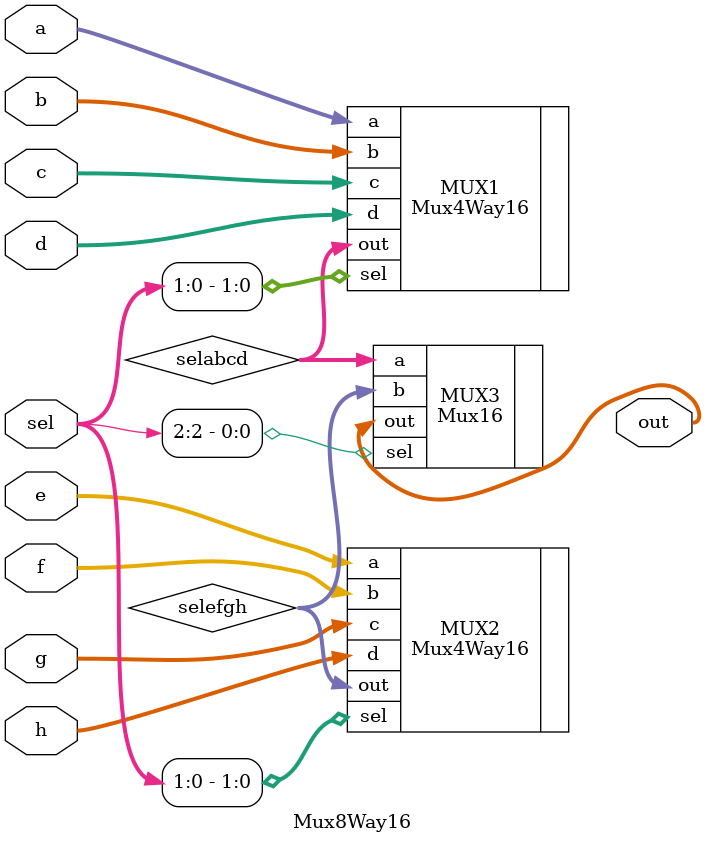
<source format=v>
/**
 * 16-bit multiplexor: 
 * for i = 0..15 out[i] = a[i] if sel == 0 
 *                        b[i] if sel == 1
 */

`default_nettype none
module Mux8Way16(
	input [15:0] a,
	input [15:0] b,
	input [15:0] c,
	input [15:0] d,
	input [15:0] e,
	input [15:0] f,
	input [15:0] g,
	input [15:0] h,
  input [2:0] sel,
	output [15:0] out
);

  wire [15:0] selabcd;
  Mux4Way16 MUX1(.a(a), .b(b), .c(c), .d(d), .sel(sel[1:0]), .out(selabcd));

  wire [15:0] selefgh;
  Mux4Way16 MUX2(.a(e), .b(f), .c(g), .d(h), .sel(sel[1:0]), .out(selefgh));

  Mux16 MUX3(.a(selabcd), .b(selefgh), .sel(sel[2]), .out(out));

endmodule

</source>
